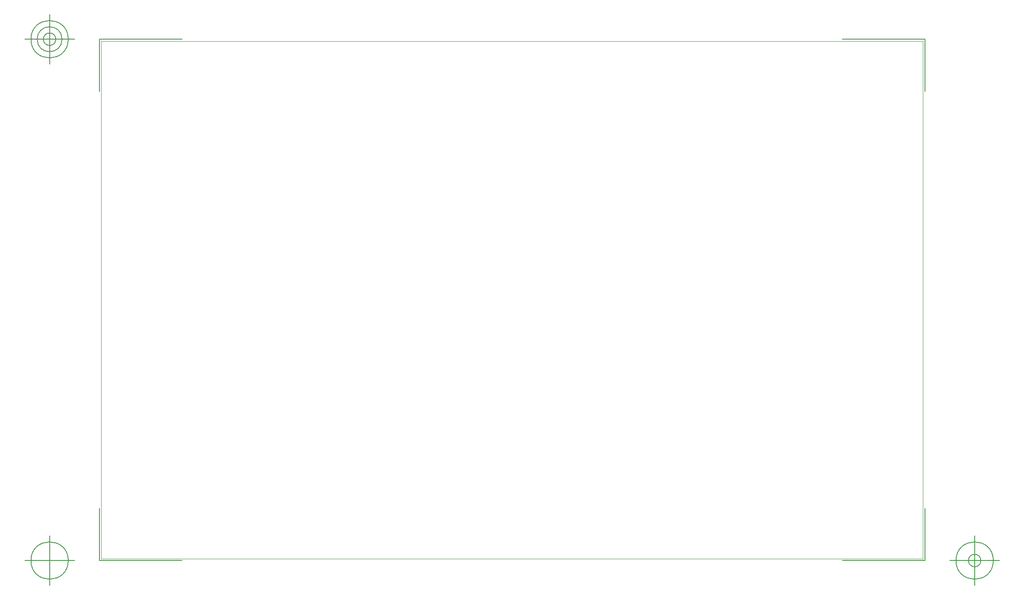
<source format=gbr>
G04 Generated by Ultiboard 13.0 *
%FSLAX25Y25*%
%MOIN*%

%ADD11C,0.00004*%
%ADD12C,0.00500*%


G04 ColorRGB 00FFFF for the following layer *
%LNBoard Outline*%
%LPD*%
G54D10*
G54D11*
X0Y0D02*
X650000Y0D01*
X650000Y410000D01*
X0Y410000D01*
X0Y0D01*
G54D12*
X-1500Y-1500D02*
X-1500Y39800D01*
X-1500Y-1500D02*
X63800Y-1500D01*
X651500Y-1500D02*
X586200Y-1500D01*
X651500Y-1500D02*
X651500Y39800D01*
X651500Y411500D02*
X651500Y370200D01*
X651500Y411500D02*
X586200Y411500D01*
X-1500Y411500D02*
X63800Y411500D01*
X-1500Y411500D02*
X-1500Y370200D01*
X-21185Y-1500D02*
X-60555Y-1500D01*
X-40870Y-21185D02*
X-40870Y18185D01*
X-55634Y-1500D02*
G75*
D01*
G02X-55634Y-1500I14764J0*
G01*
X671185Y-1500D02*
X710555Y-1500D01*
X690870Y-21185D02*
X690870Y18185D01*
X676106Y-1500D02*
G75*
D01*
G02X676106Y-1500I14764J0*
G01*
X685949Y-1500D02*
G75*
D01*
G02X685949Y-1500I4921J0*
G01*
X-21185Y411500D02*
X-60555Y411500D01*
X-40870Y391815D02*
X-40870Y431185D01*
X-55634Y411500D02*
G75*
D01*
G02X-55634Y411500I14764J0*
G01*
X-50713Y411500D02*
G75*
D01*
G02X-50713Y411500I9843J0*
G01*
X-45791Y411500D02*
G75*
D01*
G02X-45791Y411500I4921J0*
G01*

M02*

</source>
